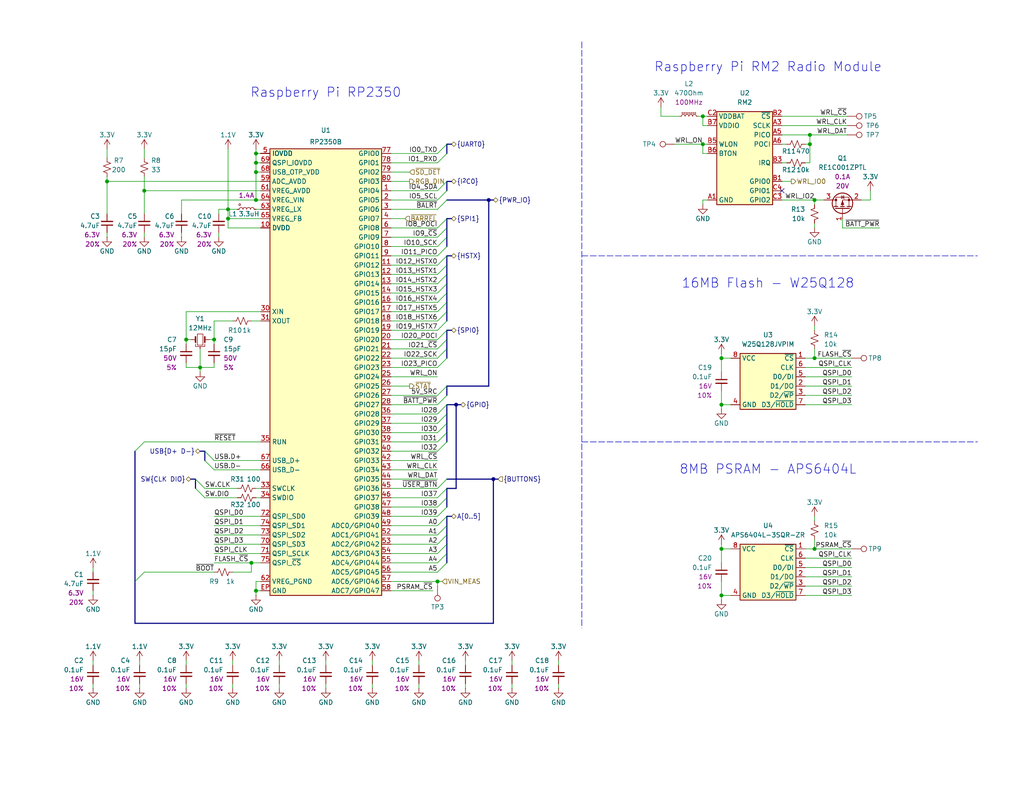
<source format=kicad_sch>
(kicad_sch (version 20231120) (generator "eeschema") (generator_version "8.0")
  (paper "USLetter")
  (title_block (title "Core Processor and Wireless") (date "2024-12-03") (rev "v01") (company "SparkFun Electronics") (comment 1 "Designed by: Alex Brudner"))
  (bus_alias "GPIO" (members "IO29" "IO30" "IO31" "IO32" "IO37" "IO38" "IO39" "IO28"))
  (bus_alias "HSTX" (members "IO12_HSTX0" "IO13_HSTX1" "IO14_HSTX2" "IO15_HSTX3" "IO16_HSTX4" "IO17_HSTX5" "IO18_HSTX6" "IO19_HSTX7"))
  (bus_alias "UART0" (members "IO0_TXD" "IO1_RXD"))
  (junction (at 196.85 149.86))
  (junction (at 68.58 153.67))
  (junction (at 133.35 54.61))
  (junction (at 196.85 97.79))
  (junction (at 220.98 36.83))
  (junction (at 222.25 54.61))
  (junction (at 62.23 59.69))
  (junction (at 119.38 158.75))
  (junction (at 69.85 44.45))
  (junction (at 124.46 110.49))
  (junction (at 222.25 149.86))
  (junction (at 54.61 100.33))
  (junction (at 69.85 46.99))
  (junction (at 191.77 31.75))
  (junction (at 220.98 39.37))
  (junction (at 39.37 52.07))
  (junction (at 58.42 92.71))
  (junction (at 29.21 49.53))
  (junction (at 69.85 54.61))
  (junction (at 134.62 130.81))
  (junction (at 196.85 110.49))
  (junction (at 62.23 57.15))
  (junction (at 69.85 41.91))
  (junction (at 69.85 161.29))
  (junction (at 50.8 92.71))
  (junction (at 196.85 162.56))
  (junction (at 222.25 97.79))
  (junction (at 191.77 39.37))
  (no_connect (at 213.36 52.07))
  (bus_entry (at 119.38 95.25) (size 2.54 -2.54))
  (bus_entry (at 119.38 74.93) (size 2.54 -2.54))
  (bus_entry (at 119.38 54.61) (size 2.54 -2.54))
  (bus_entry (at 119.38 140.97) (size 2.54 -2.54))
  (bus_entry (at 119.38 77.47) (size 2.54 -2.54))
  (bus_entry (at 119.38 107.95) (size 2.54 -2.54))
  (bus_entry (at 119.38 80.01) (size 2.54 -2.54))
  (bus_entry (at 119.38 143.51) (size 2.54 -2.54))
  (bus_entry (at 39.37 120.65) (size -2.54 2.54))
  (bus_entry (at 119.38 156.21) (size 2.54 -2.54))
  (bus_entry (at 119.38 146.05) (size 2.54 -2.54))
  (bus_entry (at 119.38 138.43) (size 2.54 -2.54))
  (bus_entry (at 119.38 62.23) (size 2.54 -2.54))
  (bus_entry (at 119.38 64.77) (size 2.54 -2.54))
  (bus_entry (at 119.38 87.63) (size 2.54 -2.54))
  (bus_entry (at 119.38 123.19) (size 2.54 -2.54))
  (bus_entry (at 119.38 113.03) (size 2.54 -2.54))
  (bus_entry (at 119.38 85.09) (size 2.54 -2.54))
  (bus_entry (at 119.38 100.33) (size 2.54 -2.54))
  (bus_entry (at 119.38 120.65) (size 2.54 -2.54))
  (bus_entry (at 119.38 151.13) (size 2.54 -2.54))
  (bus_entry (at 119.38 90.17) (size 2.54 -2.54))
  (bus_entry (at 39.37 156.21) (size -2.54 2.54))
  (bus_entry (at 55.88 135.89) (size -2.54 -2.54))
  (bus_entry (at 119.38 41.91) (size 2.54 -2.54))
  (bus_entry (at 119.38 57.15) (size 2.54 -2.54))
  (bus_entry (at 119.38 82.55) (size 2.54 -2.54))
  (bus_entry (at 119.38 52.07) (size 2.54 -2.54))
  (bus_entry (at 119.38 97.79) (size 2.54 -2.54))
  (bus_entry (at 119.38 110.49) (size 2.54 -2.54))
  (bus_entry (at 119.38 115.57) (size 2.54 -2.54))
  (bus_entry (at 58.42 128.27) (size -2.54 -2.54))
  (bus_entry (at 119.38 133.35) (size 2.54 -2.54))
  (bus_entry (at 58.42 125.73) (size -2.54 -2.54))
  (bus_entry (at 119.38 148.59) (size 2.54 -2.54))
  (bus_entry (at 55.88 133.35) (size -2.54 -2.54))
  (bus_entry (at 119.38 118.11) (size 2.54 -2.54))
  (bus_entry (at 119.38 67.31) (size 2.54 -2.54))
  (bus_entry (at 119.38 69.85) (size 2.54 -2.54))
  (bus_entry (at 119.38 135.89) (size 2.54 -2.54))
  (bus_entry (at 119.38 72.39) (size 2.54 -2.54))
  (bus_entry (at 119.38 92.71) (size 2.54 -2.54))
  (bus_entry (at 119.38 153.67) (size 2.54 -2.54))
  (bus_entry (at 119.38 44.45) (size 2.54 -2.54))
  (wire (pts (xy 101.6 186.69) (xy 101.6 187.96)))
  (bus (pts (xy 121.92 41.91) (xy 121.92 39.37)))
  (bus (pts (xy 52.07 130.81) (xy 53.34 130.81)))
  (wire (pts (xy 191.77 31.75) (xy 193.04 31.75)))
  (wire (pts (xy 106.68 105.41) (xy 111.76 105.41)))
  (polyline (pts (xy 158.75 69.85) (xy 266.7 69.85)) (stroke (width 0) (type dash)))
  (wire (pts (xy 213.36 34.29) (xy 231.14 34.29)))
  (bus (pts (xy 121.92 64.77) (xy 121.92 62.23)))
  (wire (pts (xy 69.85 161.29) (xy 71.12 161.29)))
  (wire (pts (xy 50.8 99.06) (xy 50.8 100.33)))
  (wire (pts (xy 219.71 154.94) (xy 232.41 154.94)))
  (wire (pts (xy 69.85 161.29) (xy 69.85 158.75)))
  (wire (pts (xy 106.68 92.71) (xy 119.38 92.71)))
  (wire (pts (xy 69.85 135.89) (xy 71.12 135.89)))
  (wire (pts (xy 229.87 62.23) (xy 240.03 62.23)))
  (wire (pts (xy 38.1 186.69) (xy 38.1 187.96)))
  (bus (pts (xy 121.92 74.93) (xy 121.92 72.39)))
  (wire (pts (xy 106.68 85.09) (xy 119.38 85.09)))
  (wire (pts (xy 106.68 57.15) (xy 119.38 57.15)))
  (wire (pts (xy 106.68 97.79) (xy 119.38 97.79)))
  (wire (pts (xy 106.68 138.43) (xy 119.38 138.43)))
  (wire (pts (xy 106.68 158.75) (xy 119.38 158.75)))
  (bus (pts (xy 121.92 105.41) (xy 133.35 105.41)))
  (wire (pts (xy 58.42 99.06) (xy 58.42 100.33)))
  (bus (pts (xy 124.46 110.49) (xy 124.46 133.35)))
  (wire (pts (xy 54.61 95.25) (xy 54.61 100.33)))
  (bus (pts (xy 121.92 151.13) (xy 121.92 148.59)))
  (wire (pts (xy 55.88 133.35) (xy 64.77 133.35)))
  (wire (pts (xy 106.68 148.59) (xy 119.38 148.59)))
  (wire (pts (xy 219.71 110.49) (xy 232.41 110.49)))
  (wire (pts (xy 54.61 100.33) (xy 54.61 101.6)))
  (wire (pts (xy 106.68 118.11) (xy 119.38 118.11)))
  (wire (pts (xy 63.5 156.21) (xy 68.58 156.21)))
  (wire (pts (xy 213.36 36.83) (xy 220.98 36.83)))
  (wire (pts (xy 29.21 49.53) (xy 29.21 58.42)))
  (bus (pts (xy 133.35 105.41) (xy 133.35 54.61)))
  (bus (pts (xy 36.83 170.18) (xy 36.83 158.75)))
  (wire (pts (xy 106.68 130.81) (xy 119.38 130.81)))
  (wire (pts (xy 139.7 186.69) (xy 139.7 187.96)))
  (bus (pts (xy 134.62 130.81) (xy 135.89 130.81)))
  (bus (pts (xy 36.83 123.19) (xy 36.83 158.75)))
  (wire (pts (xy 219.71 97.79) (xy 222.25 97.79)))
  (wire (pts (xy 196.85 162.56) (xy 196.85 163.83)))
  (wire (pts (xy 119.38 158.75) (xy 119.38 160.02)))
  (wire (pts (xy 106.68 87.63) (xy 119.38 87.63)))
  (wire (pts (xy 106.68 72.39) (xy 119.38 72.39)))
  (wire (pts (xy 63.5 186.69) (xy 63.5 187.96)))
  (wire (pts (xy 50.8 93.98) (xy 50.8 92.71)))
  (wire (pts (xy 69.85 54.61) (xy 71.12 54.61)))
  (wire (pts (xy 106.68 44.45) (xy 119.38 44.45)))
  (wire (pts (xy 213.36 39.37) (xy 214.63 39.37)))
  (wire (pts (xy 69.85 162.56) (xy 69.85 161.29)))
  (bus (pts (xy 121.92 52.07) (xy 121.92 49.53)))
  (wire (pts (xy 222.25 140.97) (xy 222.25 142.24)))
  (wire (pts (xy 71.12 148.59) (xy 58.42 148.59)))
  (wire (pts (xy 69.85 46.99) (xy 71.12 46.99)))
  (wire (pts (xy 68.58 156.21) (xy 68.58 153.67)))
  (wire (pts (xy 58.42 87.63) (xy 58.42 92.71)))
  (wire (pts (xy 106.68 143.51) (xy 119.38 143.51)))
  (wire (pts (xy 196.85 158.75) (xy 196.85 162.56)))
  (wire (pts (xy 219.71 152.4) (xy 232.41 152.4)))
  (wire (pts (xy 106.68 49.53) (xy 111.76 49.53)))
  (bus (pts (xy 121.92 49.53) (xy 123.19 49.53)))
  (wire (pts (xy 71.12 62.23) (xy 62.23 62.23)))
  (wire (pts (xy 106.68 82.55) (xy 119.38 82.55)))
  (wire (pts (xy 219.71 39.37) (xy 220.98 39.37)))
  (wire (pts (xy 106.68 64.77) (xy 119.38 64.77)))
  (wire (pts (xy 71.12 143.51) (xy 58.42 143.51)))
  (wire (pts (xy 213.36 49.53) (xy 215.9 49.53)))
  (polyline (pts (xy 158.75 11.43) (xy 158.75 171.45)) (stroke (width 0) (type dash)))
  (bus (pts (xy 121.92 77.47) (xy 121.92 74.93)))
  (wire (pts (xy 114.3 186.69) (xy 114.3 187.96)))
  (wire (pts (xy 196.85 149.86) (xy 199.39 149.86)))
  (bus (pts (xy 121.92 97.79) (xy 121.92 95.25)))
  (wire (pts (xy 25.4 161.29) (xy 25.4 162.56)))
  (wire (pts (xy 106.68 90.17) (xy 119.38 90.17)))
  (wire (pts (xy 69.85 40.64) (xy 69.85 41.91)))
  (wire (pts (xy 196.85 110.49) (xy 199.39 110.49)))
  (wire (pts (xy 213.36 31.75) (xy 231.14 31.75)))
  (wire (pts (xy 196.85 162.56) (xy 199.39 162.56)))
  (wire (pts (xy 106.68 128.27) (xy 119.38 128.27)))
  (wire (pts (xy 49.53 54.61) (xy 69.85 54.61)))
  (bus (pts (xy 121.92 113.03) (xy 121.92 110.49)))
  (bus (pts (xy 121.92 143.51) (xy 121.92 140.97)))
  (wire (pts (xy 50.8 180.34) (xy 50.8 181.61)))
  (wire (pts (xy 76.2 186.69) (xy 76.2 187.96)))
  (wire (pts (xy 196.85 110.49) (xy 196.85 111.76)))
  (wire (pts (xy 69.85 41.91) (xy 69.85 44.45)))
  (wire (pts (xy 39.37 48.26) (xy 39.37 52.07)))
  (wire (pts (xy 220.98 36.83) (xy 231.14 36.83)))
  (bus (pts (xy 121.92 115.57) (xy 121.92 113.03)))
  (wire (pts (xy 106.68 107.95) (xy 119.38 107.95)))
  (wire (pts (xy 191.77 39.37) (xy 193.04 39.37)))
  (wire (pts (xy 106.68 146.05) (xy 119.38 146.05)))
  (wire (pts (xy 62.23 40.64) (xy 62.23 57.15)))
  (bus (pts (xy 133.35 54.61) (xy 134.62 54.61)))
  (wire (pts (xy 29.21 40.64) (xy 29.21 43.18)))
  (wire (pts (xy 222.25 149.86) (xy 232.41 149.86)))
  (wire (pts (xy 69.85 44.45) (xy 71.12 44.45)))
  (wire (pts (xy 59.69 57.15) (xy 62.23 57.15)))
  (wire (pts (xy 58.42 128.27) (xy 71.12 128.27)))
  (wire (pts (xy 39.37 63.5) (xy 39.37 64.77)))
  (wire (pts (xy 58.42 92.71) (xy 58.42 93.98)))
  (wire (pts (xy 62.23 62.23) (xy 62.23 59.69)))
  (bus (pts (xy 121.92 135.89) (xy 121.92 138.43)))
  (wire (pts (xy 219.71 100.33) (xy 232.41 100.33)))
  (wire (pts (xy 106.68 151.13) (xy 119.38 151.13)))
  (wire (pts (xy 38.1 180.34) (xy 38.1 181.61)))
  (wire (pts (xy 49.53 58.42) (xy 49.53 54.61)))
  (wire (pts (xy 106.68 110.49) (xy 119.38 110.49)))
  (bus (pts (xy 121.92 107.95) (xy 121.92 105.41)))
  (wire (pts (xy 63.5 180.34) (xy 63.5 181.61)))
  (wire (pts (xy 71.12 85.09) (xy 50.8 85.09)))
  (wire (pts (xy 69.85 44.45) (xy 69.85 46.99)))
  (polyline (pts (xy 158.75 120.65) (xy 266.7 120.65)) (stroke (width 0) (type dash)))
  (wire (pts (xy 184.15 39.37) (xy 191.77 39.37)))
  (wire (pts (xy 71.12 146.05) (xy 58.42 146.05)))
  (wire (pts (xy 237.49 54.61) (xy 237.49 52.07)))
  (wire (pts (xy 106.68 46.99) (xy 111.76 46.99)))
  (bus (pts (xy 121.92 133.35) (xy 121.92 135.89)))
  (wire (pts (xy 50.8 186.69) (xy 50.8 187.96)))
  (wire (pts (xy 196.85 97.79) (xy 199.39 97.79)))
  (wire (pts (xy 219.71 162.56) (xy 232.41 162.56)))
  (wire (pts (xy 191.77 54.61) (xy 193.04 54.61)))
  (wire (pts (xy 71.12 151.13) (xy 58.42 151.13)))
  (wire (pts (xy 219.71 149.86) (xy 222.25 149.86)))
  (wire (pts (xy 106.68 41.91) (xy 119.38 41.91)))
  (wire (pts (xy 106.68 67.31) (xy 119.38 67.31)))
  (wire (pts (xy 127 180.34) (xy 127 181.61)))
  (wire (pts (xy 190.5 31.75) (xy 191.77 31.75)))
  (wire (pts (xy 222.25 60.96) (xy 222.25 62.23)))
  (wire (pts (xy 68.58 153.67) (xy 71.12 153.67)))
  (wire (pts (xy 196.85 148.59) (xy 196.85 149.86)))
  (wire (pts (xy 49.53 63.5) (xy 49.53 64.77)))
  (wire (pts (xy 222.25 97.79) (xy 232.41 97.79)))
  (wire (pts (xy 191.77 55.88) (xy 191.77 54.61)))
  (wire (pts (xy 59.69 58.42) (xy 59.69 57.15)))
  (bus (pts (xy 121.92 80.01) (xy 121.92 77.47)))
  (wire (pts (xy 55.88 135.89) (xy 64.77 135.89)))
  (wire (pts (xy 220.98 39.37) (xy 220.98 36.83)))
  (wire (pts (xy 222.25 95.25) (xy 222.25 97.79)))
  (wire (pts (xy 219.71 107.95) (xy 232.41 107.95)))
  (wire (pts (xy 191.77 31.75) (xy 191.77 34.29)))
  (wire (pts (xy 106.68 123.19) (xy 119.38 123.19)))
  (wire (pts (xy 106.68 95.25) (xy 119.38 95.25)))
  (wire (pts (xy 106.68 74.93) (xy 119.38 74.93)))
  (wire (pts (xy 88.9 186.69) (xy 88.9 187.96)))
  (bus (pts (xy 121.92 87.63) (xy 121.92 85.09)))
  (bus (pts (xy 121.92 85.09) (xy 121.92 82.55)))
  (bus (pts (xy 121.92 82.55) (xy 121.92 80.01)))
  (wire (pts (xy 106.68 156.21) (xy 119.38 156.21)))
  (bus (pts (xy 134.62 170.18) (xy 36.83 170.18)))
  (wire (pts (xy 69.85 158.75) (xy 71.12 158.75)))
  (bus (pts (xy 121.92 118.11) (xy 121.92 115.57)))
  (wire (pts (xy 213.36 44.45) (xy 214.63 44.45)))
  (wire (pts (xy 58.42 100.33) (xy 54.61 100.33)))
  (bus (pts (xy 134.62 130.81) (xy 134.62 170.18)))
  (wire (pts (xy 219.71 157.48) (xy 232.41 157.48)))
  (wire (pts (xy 106.68 54.61) (xy 119.38 54.61)))
  (wire (pts (xy 193.04 34.29) (xy 191.77 34.29)))
  (bus (pts (xy 53.34 133.35) (xy 53.34 130.81)))
  (wire (pts (xy 106.68 135.89) (xy 119.38 135.89)))
  (wire (pts (xy 39.37 52.07) (xy 71.12 52.07)))
  (bus (pts (xy 121.92 54.61) (xy 133.35 54.61)))
  (wire (pts (xy 119.38 158.75) (xy 120.65 158.75)))
  (bus (pts (xy 121.92 62.23) (xy 121.92 59.69)))
  (wire (pts (xy 39.37 120.65) (xy 71.12 120.65)))
  (bus (pts (xy 121.92 95.25) (xy 121.92 92.71)))
  (wire (pts (xy 39.37 52.07) (xy 39.37 58.42)))
  (bus (pts (xy 124.46 110.49) (xy 125.73 110.49)))
  (wire (pts (xy 50.8 92.71) (xy 52.07 92.71)))
  (wire (pts (xy 29.21 49.53) (xy 29.21 48.26)))
  (wire (pts (xy 88.9 180.34) (xy 88.9 181.61)))
  (wire (pts (xy 127 186.69) (xy 127 187.96)))
  (wire (pts (xy 25.4 180.34) (xy 25.4 181.61)))
  (wire (pts (xy 106.68 153.67) (xy 119.38 153.67)))
  (wire (pts (xy 106.68 120.65) (xy 119.38 120.65)))
  (wire (pts (xy 101.6 180.34) (xy 101.6 181.61)))
  (wire (pts (xy 106.68 69.85) (xy 119.38 69.85)))
  (wire (pts (xy 68.58 87.63) (xy 71.12 87.63)))
  (bus (pts (xy 121.92 140.97) (xy 123.19 140.97)))
  (wire (pts (xy 152.4 186.69) (xy 152.4 187.96)))
  (wire (pts (xy 114.3 180.34) (xy 114.3 181.61)))
  (bus (pts (xy 54.61 123.19) (xy 55.88 123.19)))
  (wire (pts (xy 234.95 54.61) (xy 237.49 54.61)))
  (wire (pts (xy 76.2 180.34) (xy 76.2 181.61)))
  (wire (pts (xy 219.71 105.41) (xy 232.41 105.41)))
  (wire (pts (xy 219.71 102.87) (xy 232.41 102.87)))
  (bus (pts (xy 55.88 125.73) (xy 55.88 123.19)))
  (wire (pts (xy 106.68 62.23) (xy 119.38 62.23)))
  (wire (pts (xy 222.25 54.61) (xy 222.25 55.88)))
  (wire (pts (xy 62.23 57.15) (xy 64.77 57.15)))
  (wire (pts (xy 106.68 161.29) (xy 118.11 161.29)))
  (wire (pts (xy 25.4 186.69) (xy 25.4 187.96)))
  (wire (pts (xy 106.68 125.73) (xy 119.38 125.73)))
  (wire (pts (xy 196.85 153.67) (xy 196.85 149.86)))
  (bus (pts (xy 121.92 148.59) (xy 121.92 146.05)))
  (wire (pts (xy 50.8 85.09) (xy 50.8 92.71)))
  (bus (pts (xy 121.92 90.17) (xy 123.19 90.17)))
  (wire (pts (xy 63.5 87.63) (xy 58.42 87.63)))
  (wire (pts (xy 106.68 113.03) (xy 119.38 113.03)))
  (bus (pts (xy 121.92 110.49) (xy 124.46 110.49)))
  (wire (pts (xy 69.85 133.35) (xy 71.12 133.35)))
  (wire (pts (xy 139.7 180.34) (xy 139.7 181.61)))
  (wire (pts (xy 229.87 59.69) (xy 229.87 62.23)))
  (bus (pts (xy 121.92 69.85) (xy 123.19 69.85)))
  (wire (pts (xy 220.98 44.45) (xy 220.98 39.37)))
  (wire (pts (xy 213.36 54.61) (xy 222.25 54.61)))
  (wire (pts (xy 224.79 54.61) (xy 222.25 54.61)))
  (wire (pts (xy 180.34 31.75) (xy 185.42 31.75)))
  (wire (pts (xy 196.85 106.68) (xy 196.85 110.49)))
  (wire (pts (xy 106.68 52.07) (xy 119.38 52.07)))
  (bus (pts (xy 121.92 39.37) (xy 123.19 39.37)))
  (wire (pts (xy 152.4 180.34) (xy 152.4 181.61)))
  (wire (pts (xy 222.25 88.9) (xy 222.25 90.17)))
  (wire (pts (xy 106.68 133.35) (xy 119.38 133.35)))
  (wire (pts (xy 25.4 154.94) (xy 25.4 156.21)))
  (wire (pts (xy 106.68 100.33) (xy 119.38 100.33)))
  (wire (pts (xy 191.77 39.37) (xy 191.77 41.91)))
  (bus (pts (xy 121.92 67.31) (xy 121.92 64.77)))
  (wire (pts (xy 58.42 153.67) (xy 68.58 153.67)))
  (bus (pts (xy 121.92 130.81) (xy 134.62 130.81)))
  (wire (pts (xy 106.68 102.87) (xy 119.38 102.87)))
  (wire (pts (xy 57.15 92.71) (xy 58.42 92.71)))
  (bus (pts (xy 121.92 153.67) (xy 121.92 151.13)))
  (bus (pts (xy 121.92 59.69) (xy 123.19 59.69)))
  (wire (pts (xy 196.85 96.52) (xy 196.85 97.79)))
  (wire (pts (xy 180.34 29.21) (xy 180.34 31.75)))
  (bus (pts (xy 121.92 72.39) (xy 121.92 69.85)))
  (wire (pts (xy 106.68 115.57) (xy 119.38 115.57)))
  (wire (pts (xy 62.23 59.69) (xy 71.12 59.69)))
  (wire (pts (xy 219.71 160.02) (xy 232.41 160.02)))
  (wire (pts (xy 71.12 140.97) (xy 58.42 140.97)))
  (wire (pts (xy 106.68 77.47) (xy 119.38 77.47)))
  (bus (pts (xy 121.92 120.65) (xy 121.92 118.11)))
  (wire (pts (xy 58.42 125.73) (xy 71.12 125.73)))
  (wire (pts (xy 222.25 147.32) (xy 222.25 149.86)))
  (wire (pts (xy 69.85 46.99) (xy 69.85 54.61)))
  (wire (pts (xy 39.37 40.64) (xy 39.37 43.18)))
  (wire (pts (xy 69.85 57.15) (xy 71.12 57.15)))
  (wire (pts (xy 106.68 80.01) (xy 119.38 80.01)))
  (wire (pts (xy 196.85 101.6) (xy 196.85 97.79)))
  (bus (pts (xy 121.92 133.35) (xy 124.46 133.35)))
  (wire (pts (xy 191.77 41.91) (xy 193.04 41.91)))
  (wire (pts (xy 62.23 59.69) (xy 62.23 57.15)))
  (wire (pts (xy 219.71 44.45) (xy 220.98 44.45)))
  (wire (pts (xy 59.69 63.5) (xy 59.69 64.77)))
  (wire (pts (xy 39.37 156.21) (xy 58.42 156.21)))
  (wire (pts (xy 29.21 63.5) (xy 29.21 64.77)))
  (bus (pts (xy 121.92 92.71) (xy 121.92 90.17)))
  (wire (pts (xy 106.68 140.97) (xy 119.38 140.97)))
  (wire (pts (xy 106.68 59.69) (xy 110.49 59.69)))
  (wire (pts (xy 29.21 49.53) (xy 71.12 49.53)))
  (wire (pts (xy 69.85 41.91) (xy 71.12 41.91)))
  (wire (pts (xy 50.8 100.33) (xy 54.61 100.33)))
  (bus (pts (xy 121.92 146.05) (xy 121.92 143.51)))
  (text "16MB Flash - W25Q128" (at 209.55 77.47 0) (effects (font (size 2.54 2.54))))
  (text "8MB PSRAM - APS6404L" (at 209.55 128.27 0) (effects (font (size 2.54 2.54))))
  (text "Raspberry Pi RP2350" (at 88.9 25.4 0) (effects (font (size 2.54 2.54))))
  (text "Raspberry Pi RM2 Radio Module" (at 209.55 18.415 0) (effects (font (size 2.54 2.54))))
  (label "IO16_HSTX4" (at 119.38 82.55 180))
  (label "IO31" (at 119.3288 120.65 180))
  (label "A1" (at 119.38 146.05 180))
  (label "QSPI_D1" (at 232.41 157.48 180))
  (label "WRL_CLK" (at 119.38 128.27 180))
  (label "PSRAM_~{CS}" (at 232.41 149.86 180))
  (label "~{USER_BTN}" (at 119.38 133.35 180))
  (label "IO15_HSTX3" (at 119.38 80.01 180))
  (label "IO23_PICO" (at 119.38 100.33 180))
  (label "QSPI_D2" (at 232.41 160.02 180))
  (label "WRL_ON" (at 119.38 102.87 180))
  (label "~{BATT_PWR}" (at 240.03 62.23 180))
  (label "FLASH_~{CS}" (at 58.42 153.67 0))
  (label "USB.D+" (at 58.42 125.73 0))
  (label "IO8_POCI" (at 119.38 62.23 180))
  (label "QSPI_D0" (at 232.41 102.87 180))
  (label "QSPI_D0" (at 58.42 140.97 0))
  (label "IO37" (at 119.38 135.89 180))
  (label "IO30" (at 119.38 118.11 180))
  (label "IO32" (at 119.38 123.19 180))
  (label "QSPI_D3" (at 232.41 162.56 180))
  (label "A3" (at 119.38 151.13 180))
  (label "USB.D-" (at 58.42 128.27 0))
  (label "SW.DIO" (at 55.88 135.89 0))
  (label "IO12_HSTX0" (at 119.38 72.39 180))
  (label "QSPI_D3" (at 58.42 148.59 0))
  (label "A4" (at 119.38 153.67 180))
  (label "IO13_HSTX1" (at 119.38 74.93 180))
  (label "IO1_RXD" (at 119.38 44.45 180))
  (label "~{BATT_PWR}" (at 119.38 110.49 180))
  (label "IO17_HSTX5" (at 119.38 85.09 180))
  (label "FLASH_~{CS}" (at 232.41 97.79 180))
  (label "WRL_ON" (at 184.15 39.37 0))
  (label "IO22_SCK" (at 119.38 97.79 180))
  (label "5V_SRC" (at 119.38 107.95 180))
  (label "A2" (at 119.38 148.59 180))
  (label "WRL_IO2" (at 222.25 54.61 180))
  (label "WRL_~{CS}" (at 231.14 31.75 180))
  (label "IO38" (at 119.38 138.43 180))
  (label "WRL_CLK" (at 231.14 34.29 180))
  (label "QSPI_CLK" (at 58.42 151.13 0))
  (label "IO5_SCL" (at 119.38 54.61 180))
  (label "IO29" (at 119.38 115.57 180))
  (label "~{RESET}" (at 58.42 120.65 0))
  (label "IO0_TXD" (at 119.38 41.91 180))
  (label "IO10_SCK" (at 119.38 67.31 180))
  (label "QSPI_D0" (at 232.41 154.94 180))
  (label "QSPI_D2" (at 58.42 146.05 0))
  (label "A5" (at 119.38 156.21 180))
  (label "QSPI_D1" (at 232.41 105.41 180))
  (label "A0" (at 119.38 143.51 180))
  (label "WRL_DAT" (at 231.14 36.83 180))
  (label "QSPI_CLK" (at 232.41 100.33 180))
  (label "IO20_POCI" (at 119.38 92.71 180))
  (label "~{BALRT}" (at 119.38 57.15 180))
  (label "IO28" (at 119.38 113.03 180))
  (label "IO4_SDA" (at 119.38 52.07 180))
  (label "IO18_HSTX6" (at 119.38 87.63 180))
  (label "IO9_~{CS}" (at 119.38 64.77 180))
  (label "QSPI_CLK" (at 232.41 152.4 180))
  (label "IO19_HSTX7" (at 119.38 90.17 180))
  (label "SW.CLK" (at 55.88 133.35 0))
  (label "QSPI_D3" (at 232.41 110.49 180))
  (label "WRL_DAT" (at 119.38 130.81 180))
  (label "QSPI_D2" (at 232.41 107.95 180))
  (label "IO14_HSTX2" (at 119.38 77.47 180))
  (label "PSRAM_~{CS}" (at 118.11 161.29 180))
  (label "IO11_PICO" (at 119.38 69.85 180))
  (label "WRL_~{CS}" (at 119.38 125.73 180))
  (label "~{BOOT}" (at 53.34 156.21 0))
  (label "IO39" (at 119.38 140.97 180))
  (label "IO21_~{CS}" (at 119.38 95.25 180))
  (label "QSPI_D1" (at 58.42 143.51 0))
  (hierarchical_label "{PWR_IO}" (shape bidirectional) (at 134.62 54.61 0))
  (hierarchical_label "SW{CLK DIO}" (shape bidirectional) (at 52.07 130.81 180))
  (hierarchical_label "{BUTTONS}" (shape input) (at 135.89 130.81 0))
  (hierarchical_label "{SPI1}" (shape bidirectional) (at 123.19 59.69 0))
  (hierarchical_label "~{STAT}" (shape output) (at 111.76 105.41 0))
  (hierarchical_label "VIN_MEAS" (shape input) (at 120.65 158.75 0))
  (hierarchical_label "{GPIO}" (shape bidirectional) (at 125.73 110.49 0))
  (hierarchical_label "{I^{2}C0}" (shape bidirectional) (at 123.19 49.53 0))
  (hierarchical_label "{HSTX}" (shape bidirectional) (at 123.19 69.85 0))
  (hierarchical_label "A[0..5]" (shape bidirectional) (at 123.19 140.97 0))
  (hierarchical_label "{SPI0}" (shape bidirectional) (at 123.19 90.17 0))
  (hierarchical_label "~{SD_DET}" (shape input) (at 111.76 46.99 0))
  (hierarchical_label "WRL_IO0" (shape output) (at 215.9 49.53 0))
  (hierarchical_label "~{BARREL}" (shape input) (at 110.49 59.69 0))
  (hierarchical_label "{UART0}" (shape bidirectional) (at 123.19 39.37 0))
  (hierarchical_label "USB{D+ D-}" (shape bidirectional) (at 54.61 123.19 180))
  (hierarchical_label "RGB_DIN" (shape output) (at 111.76 49.53 0))
  (symbol (lib_id "SparkFun-PowerSymbol:3.3V") (at 127 180.34 0) (unit 1)
    (property "Reference" "#PWR056" (effects (hide yes)))
    (property "Value" "3.3V" (at 127 176.53 0))
    (property "Description" "Power symbol creates a global label with name \"3.3V\"" (effects (hide yes)))
  )
  (symbol (lib_id "SparkFun-Capacitor:4.7uF_0402_6.3V_10%") (at 29.21 60.96 0) (mirror x) (unit 1)
    (property "Reference" "C3" (at 27.305 59.055 0) (effects (justify right)))
    (property "Value" "4.7uF" (at 27.305 61.595 0) (effects (justify right)))
    (property "Footprint" "SparkFun-Capacitor:C_0402_1005Metric" (effects (hide yes)))
    (property "Datasheet" "https://cdn.sparkfun.com/assets/8/a/4/a/5/Kemet_Capacitor_Datasheet.pdf" (effects (hide yes)))
    (property "Description" "Unpolarized capacitor" (effects (hide yes)))
    (property "PROD_ID" "CAP-14240" (effects (hide yes)))
    (property "Voltage" "6.3V" (at 27.305 64.135 0) (effects (justify right)))
    (property "Tolerance" "20%" (at 27.305 66.675 0) (effects (justify right)))
  )
  (symbol (lib_id "SparkFun-PowerSymbol:3.3V") (at 196.85 96.52 0) (unit 1)
    (property "Reference" "#PWR064" (effects (hide yes)))
    (property "Value" "3.3V" (at 196.85 92.71 0))
    (property "Description" "Power symbol creates a global label with name \"3.3V\"" (effects (hide yes)))
  )
  (symbol (lib_id "SparkFun-PowerSymbol:3.3V") (at 69.85 40.64 0) (unit 1)
    (property "Reference" "#PWR046" (effects (hide yes)))
    (property "Value" "3.3V" (at 69.85 36.83 0))
    (property "Description" "Power symbol creates a global label with name \"3.3V\"" (effects (hide yes)))
  )
  (symbol (lib_id "SparkFun-Capacitor:0.1uF_0402_16V_10%") (at 196.85 156.21 0) (mirror y) (unit 1)
    (property "Reference" "C20" (at 194.31 152.4062 0) (effects (justify left)))
    (property "Value" "0.1uF" (at 194.31 154.9462 0) (effects (justify left)))
    (property "Footprint" "SparkFun-Capacitor:C_0402_1005Metric" (effects (hide yes)))
    (property "Datasheet" "https://cdn.sparkfun.com/assets/8/a/4/a/5/Kemet_Capacitor_Datasheet.pdf" (effects (hide yes)))
    (property "Description" "Unpolarized capacitor" (effects (hide yes)))
    (property "PROD_ID" "CAP-12416" (effects (hide yes)))
    (property "Voltage" "16V" (at 194.31 157.4862 0) (effects (justify left)))
    (property "Tolerance" "10%" (at 194.31 160.0262 0) (effects (justify left)))
  )
  (symbol (lib_id "SparkFun-Resistor:1k_0402") (at 66.04 87.63 0) (unit 1)
    (property "Reference" "R10" (at 64.135 90.17 0))
    (property "Value" "1k" (at 67.31 90.17 0))
    (property "Footprint" "SparkFun-Resistor:R_0402_1005Metric" (effects (hide yes)))
    (property "Datasheet" "https://www.vishay.com/docs/20035/dcrcwe3.pdf" (effects (hide yes)))
    (property "Description" "Resistor" (effects (hide yes)))
    (property "PROD_ID" "RES-14342" (effects (hide yes)))
  )
  (symbol (lib_id "power:GND") (at 69.85 162.56 0) (mirror y) (unit 1)
    (property "Reference" "#PWR047" (effects (hide yes)))
    (property "Value" "GND" (at 69.85 166.37 0))
    (property "Description" "Power symbol creates a global label with name \"GND\" , ground" (effects (hide yes)))
  )
  (symbol (lib_id "SparkFun-Connector:TestPoint_1.0mm") (at 231.14 34.29 270) (unit 1)
    (property "Reference" "TP6" (at 238.125 34.29 90))
    (property "Value" "1.0mm" (effects (hide yes)))
    (property "Footprint" "SparkFun-Connector:TestPoint-1.0mm" (effects (hide yes)))
    (property "Description" "Test Point" (effects (hide yes)))
  )
  (symbol (lib_id "power:GND") (at 29.21 64.77 0) (mirror y) (unit 1)
    (property "Reference" "#PWR033" (effects (hide yes)))
    (property "Value" "GND" (at 29.21 68.58 0))
    (property "Description" "Power symbol creates a global label with name \"GND\" , ground" (effects (hide yes)))
  )
  (symbol (lib_id "SparkFun-Capacitor:15pF_0402_50V_5%") (at 50.8 96.52 0) (mirror y) (unit 1)
    (property "Reference" "C7" (at 48.26 92.7162 0) (effects (justify left)))
    (property "Value" "15pF" (at 48.26 95.2562 0) (effects (justify left)))
    (property "Footprint" "SparkFun-Capacitor:C_0402_1005Metric" (effects (hide yes)))
    (property "Datasheet" "https://cdn.sparkfun.com/assets/8/a/4/a/5/Kemet_Capacitor_Datasheet.pdf" (effects (hide yes)))
    (property "Description" "Unpolarized capacitor" (effects (hide yes)))
    (property "PROD_ID" "CAP-13063" (effects (hide yes)))
    (property "Voltage" "50V" (at 48.26 97.7962 0) (effects (justify left)))
    (property "Tolerance" "5%" (at 48.26 100.3362 0) (effects (justify left)))
  )
  (symbol (lib_id "power:GND") (at 222.25 62.23 0) (mirror y) (unit 1)
    (property "Reference" "#PWR068" (effects (hide yes)))
    (property "Value" "GND" (at 222.25 66.04 0))
    (property "Description" "Power symbol creates a global label with name \"GND\" , ground" (effects (hide yes)))
  )
  (symbol (lib_id "power:GND") (at 114.3 187.96 0) (mirror y) (unit 1)
    (property "Reference" "#PWR055" (effects (hide yes)))
    (property "Value" "GND" (at 114.3 191.77 0))
    (property "Description" "Power symbol creates a global label with name \"GND\" , ground" (effects (hide yes)))
  )
  (symbol (lib_id "power:GND") (at 38.1 187.96 0) (mirror y) (unit 1)
    (property "Reference" "#PWR035" (effects (hide yes)))
    (property "Value" "GND" (at 38.1 191.77 0))
    (property "Description" "Power symbol creates a global label with name \"GND\" , ground" (effects (hide yes)))
  )
  (symbol (lib_id "SparkFun-Connector:TestPoint_1.0mm") (at 231.14 36.83 270) (unit 1)
    (property "Reference" "TP7" (at 238.125 36.83 90))
    (property "Value" "1.0mm" (effects (hide yes)))
    (property "Footprint" "SparkFun-Connector:TestPoint-1.0mm" (effects (hide yes)))
    (property "Description" "Test Point" (effects (hide yes)))
  )
  (symbol (lib_id "SparkFun-Clock:Crystal_12MHz_2.5x2.0mm") (at 54.61 92.71 0) (unit 1)
    (property "Reference" "Y1" (at 54.61 86.995 0))
    (property "Value" "12MHz" (at 54.61 89.535 0))
    (property "Footprint" "SparkFun-Clock:Crystal_SMD_2.5x2.0mm" (effects (hide yes)))
    (property "Datasheet" "https://ecsxtal.com/store/pdf/ECX-2236B.pdf" (effects (hide yes)))
    (property "Description" "Crystal" (effects (hide yes)))
    (property "PROD_ID" "XTAL-15540" (effects (hide yes)))
  )
  (symbol (lib_id "power:GND") (at 49.53 64.77 0) (mirror y) (unit 1)
    (property "Reference" "#PWR038" (effects (hide yes)))
    (property "Value" "GND" (at 49.53 68.58 0))
    (property "Description" "Power symbol creates a global label with name \"GND\" , ground" (effects (hide yes)))
  )
  (symbol (lib_id "SparkFun_XRP_Controller:RM2_Tight") (at 203.2 43.18 0) (unit 1)
    (property "Reference" "U2" (at 203.2 25.4 0))
    (property "Value" "RM2" (at 203.2 27.94 0))
    (property "Footprint" "SparkFun_XRP_Controller:RM2_Tight" (effects (hide yes)))
    (property "Description" "?" (effects (hide yes)))
    (property "PROD_ID" "IC-21607" (effects (hide yes)))
  )
  (symbol (lib_id "SparkFun-PowerSymbol:3.3V") (at 88.9 180.34 0) (unit 1)
    (property "Reference" "#PWR050" (effects (hide yes)))
    (property "Value" "3.3V" (at 88.9 176.53 0))
    (property "Description" "Power symbol creates a global label with name \"3.3V\"" (effects (hide yes)))
  )
  (symbol (lib_id "SparkFun-Capacitor:0.1uF_0402_16V_10%") (at 139.7 184.15 0) (mirror y) (unit 1)
    (property "Reference" "C17" (at 137.16 180.3462 0) (effects (justify left)))
    (property "Value" "0.1uF" (at 137.16 182.8862 0) (effects (justify left)))
    (property "Footprint" "SparkFun-Capacitor:C_0402_1005Metric" (effects (hide yes)))
    (property "Datasheet" "https://cdn.sparkfun.com/assets/8/a/4/a/5/Kemet_Capacitor_Datasheet.pdf" (effects (hide yes)))
    (property "Description" "Unpolarized capacitor" (effects (hide yes)))
    (property "PROD_ID" "CAP-12416" (effects (hide yes)))
    (property "Voltage" "16V" (at 137.16 185.4262 0) (effects (justify left)))
    (property "Tolerance" "10%" (at 137.16 187.9662 0) (effects (justify left)))
  )
  (symbol (lib_id "SparkFun-PowerSymbol:3.3V") (at 222.25 88.9 0) (unit 1)
    (property "Reference" "#PWR069" (effects (hide yes)))
    (property "Value" "3.3V" (at 222.25 85.09 0))
    (property "Description" "Power symbol creates a global label with name \"3.3V\"" (effects (hide yes)))
  )
  (symbol (lib_id "SparkFun-Capacitor:0.1uF_0402_16V_10%") (at 88.9 184.15 0) (mirror y) (unit 1)
    (property "Reference" "C13" (at 86.36 180.3462 0) (effects (justify left)))
    (property "Value" "0.1uF" (at 86.36 182.8862 0) (effects (justify left)))
    (property "Footprint" "SparkFun-Capacitor:C_0402_1005Metric" (effects (hide yes)))
    (property "Datasheet" "https://cdn.sparkfun.com/assets/8/a/4/a/5/Kemet_Capacitor_Datasheet.pdf" (effects (hide yes)))
    (property "Description" "Unpolarized capacitor" (effects (hide yes)))
    (property "PROD_ID" "CAP-12416" (effects (hide yes)))
    (property "Voltage" "16V" (at 86.36 185.4262 0) (effects (justify left)))
    (property "Tolerance" "10%" (at 86.36 187.9662 0) (effects (justify left)))
  )
  (symbol (lib_id "SparkFun-Capacitor:0.1uF_0402_16V_10%") (at 76.2 184.15 0) (mirror y) (unit 1)
    (property "Reference" "C12" (at 73.66 180.3462 0) (effects (justify left)))
    (property "Value" "0.1uF" (at 73.66 182.8862 0) (effects (justify left)))
    (property "Footprint" "SparkFun-Capacitor:C_0402_1005Metric" (effects (hide yes)))
    (property "Datasheet" "https://cdn.sparkfun.com/assets/8/a/4/a/5/Kemet_Capacitor_Datasheet.pdf" (effects (hide yes)))
    (property "Description" "Unpolarized capacitor" (effects (hide yes)))
    (property "PROD_ID" "CAP-12416" (effects (hide yes)))
    (property "Voltage" "16V" (at 73.66 185.4262 0) (effects (justify left)))
    (property "Tolerance" "10%" (at 73.66 187.9662 0) (effects (justify left)))
  )
  (symbol (lib_id "SparkFun-PowerSymbol:1.1V") (at 25.4 180.34 0) (unit 1)
    (property "Reference" "#PWR030" (effects (hide yes)))
    (property "Value" "1.1V" (at 25.4 176.53 0))
    (property "Description" "Power symbol creates a global label with name \"1.1V\"" (effects (hide yes)))
  )
  (symbol (lib_id "SparkFun-Connector:TestPoint_1.0mm") (at 231.14 31.75 270) (unit 1)
    (property "Reference" "TP5" (at 237.49 31.75 90))
    (property "Value" "1.0mm" (effects (hide yes)))
    (property "Footprint" "SparkFun-Connector:TestPoint-1.0mm" (effects (hide yes)))
    (property "Description" "Test Point" (effects (hide yes)))
  )
  (symbol (lib_id "SparkFun-PowerSymbol:3.3V") (at 152.4 180.34 0) (unit 1)
    (property "Reference" "#PWR060" (effects (hide yes)))
    (property "Value" "3.3V" (at 152.4 176.53 0))
    (property "Description" "Power symbol creates a global label with name \"3.3V\"" (effects (hide yes)))
  )
  (symbol (lib_id "SparkFun-Capacitor:0.1uF_0402_16V_10%") (at 25.4 184.15 0) (mirror y) (unit 1)
    (property "Reference" "C2" (at 22.86 180.3462 0) (effects (justify left)))
    (property "Value" "0.1uF" (at 22.86 182.8862 0) (effects (justify left)))
    (property "Footprint" "SparkFun-Capacitor:C_0402_1005Metric" (effects (hide yes)))
    (property "Datasheet" "https://cdn.sparkfun.com/assets/8/a/4/a/5/Kemet_Capacitor_Datasheet.pdf" (effects (hide yes)))
    (property "Description" "Unpolarized capacitor" (effects (hide yes)))
    (property "PROD_ID" "CAP-12416" (effects (hide yes)))
    (property "Voltage" "16V" (at 22.86 185.4262 0) (effects (justify left)))
    (property "Tolerance" "10%" (at 22.86 187.9662 0) (effects (justify left)))
  )
  (symbol (lib_id "SparkFun-PowerSymbol:3.3V") (at 222.25 140.97 0) (unit 1)
    (property "Reference" "#PWR070" (effects (hide yes)))
    (property "Value" "3.3V" (at 222.25 137.16 0))
    (property "Description" "Power symbol creates a global label with name \"3.3V\"" (effects (hide yes)))
  )
  (symbol (lib_id "SparkFun-Resistor:10k_0402") (at 222.25 58.42 270) (mirror x) (unit 1)
    (property "Reference" "R13" (at 219.71 57.1499 90) (effects (justify right)))
    (property "Value" "10k" (at 219.71 59.6899 90) (effects (justify right)))
    (property "Footprint" "SparkFun-Resistor:R_0402_1005Metric" (effects (hide yes)))
    (property "Datasheet" "https://www.vishay.com/docs/20035/dcrcwe3.pdf" (effects (hide yes)))
    (property "Description" "Resistor" (effects (hide yes)))
    (property "PROD_ID" "RES-14241" (effects (hide yes)))
  )
  (symbol (lib_id "SparkFun-DiscreteSemi:Q_PMOS_0.1A_20V") (at 229.87 57.15 90) (unit 1)
    (property "Reference" "Q1" (at 229.87 43.18 90))
    (property "Value" "RE1C001ZPTL" (at 229.87 45.72 90))
    (property "Footprint" "SparkFun-Semiconductor-Standard:SC-89 SOT-490" (effects (hide yes)))
    (property "Datasheet" "https://fscdn.rohm.com/en/products/databook/datasheet/discrete/transistor/mosfet/re1c001zptl-e.pdf" (effects (hide yes)))
    (property "Description" "P-MOSFET transistor, drain/gate/source" (effects (hide yes)))
    (property "PROD_ID" "TRANS-15421" (effects (hide yes)))
    (property "IMax" "0.1A" (at 229.87 48.26 90))
    (property "VMax" "20V" (at 229.87 50.8 90))
  )
  (symbol (lib_id "SparkFun-PowerSymbol:3.3V") (at 39.37 40.64 0) (unit 1)
    (property "Reference" "#PWR036" (effects (hide yes)))
    (property "Value" "3.3V" (at 39.37 36.83 0))
    (property "Description" "Power symbol creates a global label with name \"3.3V\"" (effects (hide yes)))
  )
  (symbol (lib_id "SparkFun-PowerSymbol:1.1V") (at 62.23 40.64 0) (unit 1)
    (property "Reference" "#PWR043" (effects (hide yes)))
    (property "Value" "1.1V" (at 62.23 36.83 0))
    (property "Description" "Power symbol creates a global label with name \"1.1V\"" (effects (hide yes)))
  )
  (symbol (lib_id "SparkFun-Capacitor:4.7uF_0402_6.3V_10%") (at 59.69 60.96 0) (mirror x) (unit 1)
    (property "Reference" "C10" (at 57.785 59.055 0) (effects (justify right)))
    (property "Value" "4.7uF" (at 57.785 61.595 0) (effects (justify right)))
    (property "Footprint" "SparkFun-Capacitor:C_0402_1005Metric" (effects (hide yes)))
    (property "Datasheet" "https://cdn.sparkfun.com/assets/8/a/4/a/5/Kemet_Capacitor_Datasheet.pdf" (effects (hide yes)))
    (property "Description" "Unpolarized capacitor" (effects (hide yes)))
    (property "PROD_ID" "CAP-14240" (effects (hide yes)))
    (property "Voltage" "6.3V" (at 57.785 64.135 0) (effects (justify right)))
    (property "Tolerance" "20%" (at 57.785 66.675 0) (effects (justify right)))
  )
  (symbol (lib_id "power:GND") (at 54.61 101.6 0) (unit 1)
    (property "Reference" "#PWR041" (effects (hide yes)))
    (property "Value" "GND" (at 54.61 105.41 0))
    (property "Description" "Power symbol creates a global label with name \"GND\" , ground" (effects (hide yes)))
  )
  (symbol (lib_id "SparkFun-Capacitor:15pF_0402_50V_5%") (at 58.42 96.52 0) (unit 1)
    (property "Reference" "C9" (at 60.96 92.7162 0) (effects (justify left)))
    (property "Value" "15pF" (at 60.96 95.2562 0) (effects (justify left)))
    (property "Footprint" "SparkFun-Capacitor:C_0402_1005Metric" (effects (hide yes)))
    (property "Datasheet" "https://cdn.sparkfun.com/assets/8/a/4/a/5/Kemet_Capacitor_Datasheet.pdf" (effects (hide yes)))
    (property "Description" "Unpolarized capacitor" (effects (hide yes)))
    (property "PROD_ID" "CAP-13063" (effects (hide yes)))
    (property "Voltage" "50V" (at 60.96 97.7962 0) (effects (justify left)))
    (property "Tolerance" "5%" (at 60.96 100.3362 0) (effects (justify left)))
  )
  (symbol (lib_id "SparkFun-PowerSymbol:3.3V") (at 180.34 29.21 0) (unit 1)
    (property "Reference" "#PWR062" (effects (hide yes)))
    (property "Value" "3.3V" (at 180.34 25.4 0))
    (property "Description" "Power symbol creates a global label with name \"3.3V\"" (effects (hide yes)))
  )
  (symbol (lib_id "power:GND") (at 25.4 187.96 0) (mirror y) (unit 1)
    (property "Reference" "#PWR031" (effects (hide yes)))
    (property "Value" "GND" (at 25.4 191.77 0))
    (property "Description" "Power symbol creates a global label with name \"GND\" , ground" (effects (hide yes)))
  )
  (symbol (lib_id "power:GND") (at 63.5 187.96 0) (mirror y) (unit 1)
    (property "Reference" "#PWR045" (effects (hide yes)))
    (property "Value" "GND" (at 63.5 191.77 0))
    (property "Description" "Power symbol creates a global label with name \"GND\" , ground" (effects (hide yes)))
  )
  (symbol (lib_id "SparkFun-Capacitor:0.1uF_0402_16V_10%") (at 38.1 184.15 0) (mirror y) (unit 1)
    (property "Reference" "C4" (at 35.56 180.3462 0) (effects (justify left)))
    (property "Value" "0.1uF" (at 35.56 182.8862 0) (effects (justify left)))
    (property "Footprint" "SparkFun-Capacitor:C_0402_1005Metric" (effects (hide yes)))
    (property "Datasheet" "https://cdn.sparkfun.com/assets/8/a/4/a/5/Kemet_Capacitor_Datasheet.pdf" (effects (hide yes)))
    (property "Description" "Unpolarized capacitor" (effects (hide yes)))
    (property "PROD_ID" "CAP-12416" (effects (hide yes)))
    (property "Voltage" "16V" (at 35.56 185.4262 0) (effects (justify left)))
    (property "Tolerance" "10%" (at 35.56 187.9662 0) (effects (justify left)))
  )
  (symbol (lib_id "power:GND") (at 139.7 187.96 0) (mirror y) (unit 1)
    (property "Reference" "#PWR059" (effects (hide yes)))
    (property "Value" "GND" (at 139.7 191.77 0))
    (property "Description" "Power symbol creates a global label with name \"GND\" , ground" (effects (hide yes)))
  )
  (symbol (lib_id "SparkFun-Capacitor:4.7uF_0402_6.3V_10%") (at 39.37 60.96 0) (mirror x) (unit 1)
    (property "Reference" "C5" (at 37.465 59.055 0) (effects (justify right)))
    (property "Value" "4.7uF" (at 37.465 61.595 0) (effects (justify right)))
    (property "Footprint" "SparkFun-Capacitor:C_0402_1005Metric" (effects (hide yes)))
    (property "Datasheet" "https://cdn.sparkfun.com/assets/8/a/4/a/5/Kemet_Capacitor_Datasheet.pdf" (effects (hide yes)))
    (property "Description" "Unpolarized capacitor" (effects (hide yes)))
    (property "PROD_ID" "CAP-14240" (effects (hide yes)))
    (property "Voltage" "6.3V" (at 37.465 64.135 0) (effects (justify right)))
    (property "Tolerance" "20%" (at 37.465 66.675 0) (effects (justify right)))
  )
  (symbol (lib_id "SparkFun-Resistor:10k_0402") (at 222.25 144.78 90) (unit 1)
    (property "Reference" "R15" (at 224.79 143.5099 90) (effects (justify right)))
    (property "Value" "10k" (at 224.79 146.0499 90) (effects (justify right)))
    (property "Footprint" "SparkFun-Resistor:R_0402_1005Metric" (effects (hide yes)))
    (property "Datasheet" "https://www.vishay.com/docs/20035/dcrcwe3.pdf" (effects (hide yes)))
    (property "Description" "Resistor" (effects (hide yes)))
    (property "PROD_ID" "RES-14241" (effects (hide yes)))
  )
  (symbol (lib_id "SparkFun-PowerSymbol:1.1V") (at 38.1 180.34 0) (unit 1)
    (property "Reference" "#PWR034" (effects (hide yes)))
    (property "Value" "1.1V" (at 38.1 176.53 0))
    (property "Description" "Power symbol creates a global label with name \"1.1V\"" (effects (hide yes)))
  )
  (symbol (lib_id "SparkFun-PowerSymbol:3.3V") (at 196.85 148.59 0) (unit 1)
    (property "Reference" "#PWR066" (effects (hide yes)))
    (property "Value" "3.3V" (at 196.85 144.78 0))
    (property "Description" "Power symbol creates a global label with name \"3.3V\"" (effects (hide yes)))
  )
  (symbol (lib_id "power:GND") (at 88.9 187.96 0) (mirror y) (unit 1)
    (property "Reference" "#PWR051" (effects (hide yes)))
    (property "Value" "GND" (at 88.9 191.77 0))
    (property "Description" "Power symbol creates a global label with name \"GND\" , ground" (effects (hide yes)))
  )
  (symbol (lib_id "SparkFun-PowerSymbol:3.3V") (at 101.6 180.34 0) (unit 1)
    (property "Reference" "#PWR052" (effects (hide yes)))
    (property "Value" "3.3V" (at 101.6 176.53 0))
    (property "Description" "Power symbol creates a global label with name \"3.3V\"" (effects (hide yes)))
  )
  (symbol (lib_id "power:GND") (at 191.77 55.88 0) (unit 1)
    (property "Reference" "#PWR063" (effects (hide yes)))
    (property "Value" "GND" (at 191.77 59.69 0))
    (property "Description" "Power symbol creates a global label with name \"GND\" , ground" (effects (hide yes)))
  )
  (symbol (lib_id "power:GND") (at 25.4 162.56 0) (mirror y) (unit 1)
    (property "Reference" "#PWR029" (effects (hide yes)))
    (property "Value" "GND" (at 25.4 166.37 0))
    (property "Description" "Power symbol creates a global label with name \"GND\" , ground" (effects (hide yes)))
  )
  (symbol (lib_id "SparkFun-Capacitor:4.7uF_0402_6.3V_10%") (at 49.53 60.96 0) (mirror x) (unit 1)
    (property "Reference" "C6" (at 47.625 59.055 0) (effects (justify right)))
    (property "Value" "4.7uF" (at 47.625 61.595 0) (effects (justify right)))
    (property "Footprint" "SparkFun-Capacitor:C_0402_1005Metric" (effects (hide yes)))
    (property "Datasheet" "https://cdn.sparkfun.com/assets/8/a/4/a/5/Kemet_Capacitor_Datasheet.pdf" (effects (hide yes)))
    (property "Description" "Unpolarized capacitor" (effects (hide yes)))
    (property "PROD_ID" "CAP-14240" (effects (hide yes)))
    (property "Voltage" "6.3V" (at 47.625 64.135 0) (effects (justify right)))
    (property "Tolerance" "20%" (at 47.625 66.675 0) (effects (justify right)))
  )
  (symbol (lib_id "SparkFun-IC-Memory:APS6404L-3SQR-ZR") (at 209.55 157.48 0) (unit 1)
    (property "Reference" "U4" (at 209.55 143.51 0))
    (property "Value" "APS6404L-3SQR-ZR" (at 209.55 146.05 0))
    (property "Footprint" "SparkFun-Semiconductor-Standard:USON-8_3x2mm-SkinnyCenterPad" (effects (hide yes)))
    (property "Datasheet" "https://www.mouser.com/datasheet/2/1127/APM_PSRAM_QSPI_APS6404L_3SQR_v2_3_PKG-1954826.pdf" (effects (hide yes)))
    (property "Description" "64Mb (8MB) Serial PSRAM, Standard/Quad SPI, 8-USON" (effects (hide yes)))
    (property "PROD_ID" "IC-21870" (effects (hide yes)))
  )
  (symbol (lib_id "SparkFun-PowerSymbol:3.3V") (at 139.7 180.34 0) (unit 1)
    (property "Reference" "#PWR058" (effects (hide yes)))
    (property "Value" "3.3V" (at 139.7 176.53 0))
    (property "Description" "Power symbol creates a global label with name \"3.3V\"" (effects (hide yes)))
  )
  (symbol (lib_id "SparkFun-Coil:3.3uH_0806_1.4A_Polarized") (at 67.31 57.15 0) (unit 1)
    (property "Reference" "L1" (at 63.5 58.42 0))
    (property "Value" "3.3uH" (at 67.945 58.42 0))
    (property "Footprint" "SparkFun-Coil:0806_Polarized" (effects (hide yes)))
    (property "Datasheet" "https://abracon.com/datasheets/AOTA-B201610S3R3-101-T.pdf" (effects (hide yes)))
    (property "Description" "Inductor" (effects (hide yes)))
    (property "PROD_ID" "NDUC-23692" (effects (hide yes)))
    (property "Current" "1.4A" (at 67.2465 53.34 0))
  )
  (symbol (lib_id "SparkFun-Resistor:470_0402") (at 217.17 39.37 0) (unit 1)
    (property "Reference" "R11" (at 215.265 41.275 0))
    (property "Value" "470" (at 219.075 41.275 0))
    (property "Footprint" "SparkFun-Resistor:R_0402_1005Metric" (effects (hide yes)))
    (property "Datasheet" "https://www.vishay.com/docs/20035/dcrcwe3.pdf" (effects (hide yes)))
    (property "Description" "Resistor" (effects (hide yes)))
    (property "PROD_ID" "RES-13829" (effects (hide yes)))
  )
  (symbol (lib_id "SparkFun-PowerSymbol:3.3V") (at 50.8 180.34 0) (unit 1)
    (property "Reference" "#PWR039" (effects (hide yes)))
    (property "Value" "3.3V" (at 50.8 176.53 0))
    (property "Description" "Power symbol creates a global label with name \"3.3V\"" (effects (hide yes)))
  )
  (symbol (lib_id "SparkFun-Connector:TestPoint_1.0mm") (at 184.15 39.37 90) (unit 1)
    (property "Reference" "TP4" (at 177.165 39.37 90))
    (property "Value" "1.0mm" (effects (hide yes)))
    (property "Footprint" "SparkFun-Connector:TestPoint-1.0mm" (effects (hide yes)))
    (property "Description" "Test Point" (effects (hide yes)))
  )
  (symbol (lib_id "SparkFun-Resistor:10k_0402") (at 222.25 92.71 90) (unit 1)
    (property "Reference" "R14" (at 224.79 91.4399 90) (effects (justify right)))
    (property "Value" "10k" (at 224.79 93.9799 90) (effects (justify right)))
    (property "Footprint" "SparkFun-Resistor:R_0402_1005Metric" (effects (hide yes)))
    (property "Datasheet" "https://www.vishay.com/docs/20035/dcrcwe3.pdf" (effects (hide yes)))
    (property "Description" "Resistor" (effects (hide yes)))
    (property "PROD_ID" "RES-14241" (effects (hide yes)))
  )
  (symbol (lib_id "power:GND") (at 196.85 111.76 0) (unit 1)
    (property "Reference" "#PWR065" (effects (hide yes)))
    (property "Value" "GND" (at 196.85 115.57 0))
    (property "Description" "Power symbol creates a global label with name \"GND\" , ground" (effects (hide yes)))
  )
  (symbol (lib_id "SparkFun-Capacitor:0.1uF_0402_16V_10%") (at 101.6 184.15 0) (mirror y) (unit 1)
    (property "Reference" "C14" (at 99.06 180.3462 0) (effects (justify left)))
    (property "Value" "0.1uF" (at 99.06 182.8862 0) (effects (justify left)))
    (property "Footprint" "SparkFun-Capacitor:C_0402_1005Metric" (effects (hide yes)))
    (property "Datasheet" "https://cdn.sparkfun.com/assets/8/a/4/a/5/Kemet_Capacitor_Datasheet.pdf" (effects (hide yes)))
    (property "Description" "Unpolarized capacitor" (effects (hide yes)))
    (property "PROD_ID" "CAP-12416" (effects (hide yes)))
    (property "Voltage" "16V" (at 99.06 185.4262 0) (effects (justify left)))
    (property "Tolerance" "10%" (at 99.06 187.9662 0) (effects (justify left)))
  )
  (symbol (lib_id "SparkFun-IC-Memory:W25Q128JVPIM") (at 209.55 105.41 0) (unit 1)
    (property "Reference" "U3" (at 209.55 91.44 0))
    (property "Value" "W25Q128JVPIM" (at 209.55 93.98 0))
    (property "Footprint" "SparkFun-Semiconductor-Standard:WDFN-8_6x5mm-SkinnyCenterPad" (effects (hide yes)))
    (property "Datasheet" "https://www.winbond.com/resource-files/w25q128jv_dtr%20revc%2003272018%20plus.pdf" (effects (hide yes)))
    (property "Description" "128Mb (16MB) Serial Flash Memory, Standard/Dual/Quad SPI, 8-WDFN" (effects (hide yes)))
    (property "PROD_ID" "IC-15107" (effects (hide yes)))
  )
  (symbol (lib_id "power:GND") (at 76.2 187.96 0) (mirror y) (unit 1)
    (property "Reference" "#PWR049" (effects (hide yes)))
    (property "Value" "GND" (at 76.2 191.77 0))
    (property "Description" "Power symbol creates a global label with name \"GND\" , ground" (effects (hide yes)))
  )
  (symbol (lib_id "power:GND") (at 59.69 64.77 0) (unit 1)
    (property "Reference" "#PWR042" (effects (hide yes)))
    (property "Value" "GND" (at 59.69 68.58 0))
    (property "Description" "Power symbol creates a global label with name \"GND\" , ground" (effects (hide yes)))
  )
  (symbol (lib_id "SparkFun-Capacitor:0.1uF_0402_16V_10%") (at 127 184.15 0) (mirror y) (unit 1)
    (property "Reference" "C16" (at 124.46 180.3462 0) (effects (justify left)))
    (property "Value" "0.1uF" (at 124.46 182.8862 0) (effects (justify left)))
    (property "Footprint" "SparkFun-Capacitor:C_0402_1005Metric" (effects (hide yes)))
    (property "Datasheet" "https://cdn.sparkfun.com/assets/8/a/4/a/5/Kemet_Capacitor_Datasheet.pdf" (effects (hide yes)))
    (property "Description" "Unpolarized capacitor" (effects (hide yes)))
    (property "PROD_ID" "CAP-12416" (effects (hide yes)))
    (property "Voltage" "16V" (at 124.46 185.4262 0) (effects (justify left)))
    (property "Tolerance" "10%" (at 124.46 187.9662 0) (effects (justify left)))
  )
  (symbol (lib_id "SparkFun-PowerSymbol:3.3V") (at 29.21 40.64 0) (unit 1)
    (property "Reference" "#PWR032" (effects (hide yes)))
    (property "Value" "3.3V" (at 29.21 36.83 0))
    (property "Description" "Power symbol creates a global label with name \"3.3V\"" (effects (hide yes)))
  )
  (symbol (lib_id "power:GND") (at 101.6 187.96 0) (mirror y) (unit 1)
    (property "Reference" "#PWR053" (effects (hide yes)))
    (property "Value" "GND" (at 101.6 191.77 0))
    (property "Description" "Power symbol creates a global label with name \"GND\" , ground" (effects (hide yes)))
  )
  (symbol (lib_id "SparkFun-PowerSymbol:3.3V") (at 63.5 180.34 0) (unit 1)
    (property "Reference" "#PWR044" (effects (hide yes)))
    (property "Value" "3.3V" (at 63.5 176.53 0))
    (property "Description" "Power symbol creates a global label with name \"3.3V\"" (effects (hide yes)))
  )
  (symbol (lib_id "SparkFun-Coil:470Ohm_0603_1.0A") (at 187.96 31.75 0) (unit 1)
    (property "Reference" "L2" (at 187.96 22.86 0))
    (property "Value" "470Ohm" (at 187.96 25.4 0))
    (property "Footprint" "SparkFun-Capacitor:C_0603_1608Metric" (effects (hide yes)))
    (property "Datasheet" "http://www.murata.com/en-global/api/pdfdownloadapi?cate=luNoiseSupprFilteChipFerriBead&partno=BLM18PG471SN1%23" (effects (hide yes)))
    (property "Description" "Inductor" (effects (hide yes)))
    (property "PROD_ID" "NDUC-12579" (effects (hide yes)))
    (property "Frequency" "100MHz" (at 187.96 27.94 0))
  )
  (symbol (lib_id "SparkFun-Connector:TestPoint_1.0mm") (at 119.38 160.02 180) (unit 1)
    (property "Reference" "TP3" (at 119.38 165.735 0))
    (property "Value" "1.0mm" (effects (hide yes)))
    (property "Footprint" "SparkFun-Connector:TestPoint-1.0mm" (effects (hide yes)))
    (property "Description" "Test Point" (effects (hide yes)))
  )
  (symbol (lib_id "SparkFun-Resistor:1k_0402") (at 60.96 156.21 180) (unit 1)
    (property "Reference" "R9" (at 58.42 158.75 0))
    (property "Value" "1k" (at 62.865 158.75 0))
    (property "Footprint" "SparkFun-Resistor:R_0402_1005Metric" (effects (hide yes)))
    (property "Datasheet" "https://www.vishay.com/docs/20035/dcrcwe3.pdf" (effects (hide yes)))
    (property "Description" "Resistor" (effects (hide yes)))
    (property "PROD_ID" "RES-14342" (effects (hide yes)))
  )
  (symbol (lib_id "SparkFun-Resistor:10k_0402") (at 217.17 44.45 0) (unit 1)
    (property "Reference" "R12" (at 215.265 46.355 0))
    (property "Value" "10k" (at 219.075 46.355 0))
    (property "Footprint" "SparkFun-Resistor:R_0402_1005Metric" (effects (hide yes)))
    (property "Datasheet" "https://www.vishay.com/docs/20035/dcrcwe3.pdf" (effects (hide yes)))
    (property "Description" "Resistor" (effects (hide yes)))
    (property "PROD_ID" "RES-14241" (effects (hide yes)))
  )
  (symbol (lib_id "power:GND") (at 127 187.96 0) (mirror y) (unit 1)
    (property "Reference" "#PWR057" (effects (hide yes)))
    (property "Value" "GND" (at 127 191.77 0))
    (property "Description" "Power symbol creates a global label with name \"GND\" , ground" (effects (hide yes)))
  )
  (symbol (lib_id "power:GND") (at 152.4 187.96 0) (mirror y) (unit 1)
    (property "Reference" "#PWR061" (effects (hide yes)))
    (property "Value" "GND" (at 152.4 191.77 0))
    (property "Description" "Power symbol creates a global label with name \"GND\" , ground" (effects (hide yes)))
  )
  (symbol (lib_id "SparkFun-Capacitor:4.7uF_0402_6.3V_10%") (at 25.4 158.75 0) (mirror x) (unit 1)
    (property "Reference" "C1" (at 22.86 156.845 0) (effects (justify right)))
    (property "Value" "4.7uF" (at 22.86 159.385 0) (effects (justify right)))
    (property "Footprint" "SparkFun-Capacitor:C_0402_1005Metric" (effects (hide yes)))
    (property "Datasheet" "https://cdn.sparkfun.com/assets/8/a/4/a/5/Kemet_Capacitor_Datasheet.pdf" (effects (hide yes)))
    (property "Description" "Unpolarized capacitor" (effects (hide yes)))
    (property "PROD_ID" "CAP-14240" (effects (hide yes)))
    (property "Voltage" "6.3V" (at 22.86 161.925 0) (effects (justify right)))
    (property "Tolerance" "20%" (at 22.86 164.465 0) (effects (justify right)))
  )
  (symbol (lib_id "power:GND") (at 50.8 187.96 0) (mirror y) (unit 1)
    (property "Reference" "#PWR040" (effects (hide yes)))
    (property "Value" "GND" (at 50.8 191.77 0))
    (property "Description" "Power symbol creates a global label with name \"GND\" , ground" (effects (hide yes)))
  )
  (symbol (lib_id "SparkFun-Resistor:200_0402") (at 29.21 45.72 90) (unit 1)
    (property "Reference" "R7" (at 32.385 43.815 90))
    (property "Value" "200" (at 32.385 46.355 90))
    (property "Footprint" "SparkFun-Resistor:R_0402_1005Metric" (effects (hide yes)))
    (property "Datasheet" "https://www.vishay.com/docs/20035/dcrcwe3.pdf" (effects (hide yes)))
    (property "Description" "Resistor" (effects (hide yes)))
    (property "PROD_ID" "RES-15550" (effects (hide yes)))
  )
  (symbol (lib_id "SparkFun-Capacitor:0.1uF_0402_16V_10%") (at 152.4 184.15 0) (mirror y) (unit 1)
    (property "Reference" "C18" (at 149.86 180.3462 0) (effects (justify left)))
    (property "Value" "0.1uF" (at 149.86 182.8862 0) (effects (justify left)))
    (property "Footprint" "SparkFun-Capacitor:C_0402_1005Metric" (effects (hide yes)))
    (property "Datasheet" "https://cdn.sparkfun.com/assets/8/a/4/a/5/Kemet_Capacitor_Datasheet.pdf" (effects (hide yes)))
    (property "Description" "Unpolarized capacitor" (effects (hide yes)))
    (property "PROD_ID" "CAP-12416" (effects (hide yes)))
    (property "Voltage" "16V" (at 149.86 185.4262 0) (effects (justify left)))
    (property "Tolerance" "10%" (at 149.86 187.9662 0) (effects (justify left)))
  )
  (symbol (lib_id "SparkFun-PowerSymbol:1.1V") (at 25.4 154.94 0) (unit 1)
    (property "Reference" "#PWR028" (effects (hide yes)))
    (property "Value" "1.1V" (at 25.4 151.13 0))
    (property "Description" "Power symbol creates a global label with name \"1.1V\"" (effects (hide yes)))
  )
  (symbol (lib_id "SparkFun-Capacitor:0.1uF_0402_16V_10%") (at 50.8 184.15 0) (mirror y) (unit 1)
    (property "Reference" "C8" (at 48.26 180.3462 0) (effects (justify left)))
    (property "Value" "0.1uF" (at 48.26 182.8862 0) (effects (justify left)))
    (property "Footprint" "SparkFun-Capacitor:C_0402_1005Metric" (effects (hide yes)))
    (property "Datasheet" "https://cdn.sparkfun.com/assets/8/a/4/a/5/Kemet_Capacitor_Datasheet.pdf" (effects (hide yes)))
    (property "Description" "Unpolarized capacitor" (effects (hide yes)))
    (property "PROD_ID" "CAP-12416" (effects (hide yes)))
    (property "Voltage" "16V" (at 48.26 185.4262 0) (effects (justify left)))
    (property "Tolerance" "10%" (at 48.26 187.9662 0) (effects (justify left)))
  )
  (symbol (lib_id "SparkFun-Capacitor:0.1uF_0402_16V_10%") (at 63.5 184.15 0) (mirror y) (unit 1)
    (property "Reference" "C11" (at 60.96 180.3462 0) (effects (justify left)))
    (property "Value" "0.1uF" (at 60.96 182.8862 0) (effects (justify left)))
    (property "Footprint" "SparkFun-Capacitor:C_0402_1005Metric" (effects (hide yes)))
    (property "Datasheet" "https://cdn.sparkfun.com/assets/8/a/4/a/5/Kemet_Capacitor_Datasheet.pdf" (effects (hide yes)))
    (property "Description" "Unpolarized capacitor" (effects (hide yes)))
    (property "PROD_ID" "CAP-12416" (effects (hide yes)))
    (property "Voltage" "16V" (at 60.96 185.4262 0) (effects (justify left)))
    (property "Tolerance" "10%" (at 60.96 187.9662 0) (effects (justify left)))
  )
  (symbol (lib_id "SparkFun-PowerSymbol:3.3V") (at 76.2 180.34 0) (unit 1)
    (property "Reference" "#PWR048" (effects (hide yes)))
    (property "Value" "3.3V" (at 76.2 176.53 0))
    (property "Description" "Power symbol creates a global label with name \"3.3V\"" (effects (hide yes)))
  )
  (symbol (lib_id "SparkFun-PowerSymbol:3.3V") (at 114.3 180.34 0) (unit 1)
    (property "Reference" "#PWR054" (effects (hide yes)))
    (property "Value" "3.3V" (at 114.3 176.53 0))
    (property "Description" "Power symbol creates a global label with name \"3.3V\"" (effects (hide yes)))
  )
  (symbol (lib_id "SparkFun-Connector:TestPoint_1.0mm") (at 232.41 97.79 270) (unit 1)
    (property "Reference" "TP8" (at 238.76 97.79 90))
    (property "Value" "1.0mm" (effects (hide yes)))
    (property "Footprint" "SparkFun-Connector:TestPoint-1.0mm" (effects (hide yes)))
    (property "Description" "Test Point" (effects (hide yes)))
  )
  (symbol (lib_id "SparkFun-PowerSymbol:3.3V") (at 237.49 52.07 0) (unit 1)
    (property "Reference" "#PWR071" (effects (hide yes)))
    (property "Value" "3.3V" (at 237.49 48.26 0))
    (property "Description" "Power symbol creates a global label with name \"3.3V\"" (effects (hide yes)))
  )
  (symbol (lib_id "SparkFun-Capacitor:0.1uF_0402_16V_10%") (at 114.3 184.15 0) (mirror y) (unit 1)
    (property "Reference" "C15" (at 111.76 180.3462 0) (effects (justify left)))
    (property "Value" "0.1uF" (at 111.76 182.8862 0) (effects (justify left)))
    (property "Footprint" "SparkFun-Capacitor:C_0402_1005Metric" (effects (hide yes)))
    (property "Datasheet" "https://cdn.sparkfun.com/assets/8/a/4/a/5/Kemet_Capacitor_Datasheet.pdf" (effects (hide yes)))
    (property "Description" "Unpolarized capacitor" (effects (hide yes)))
    (property "PROD_ID" "CAP-12416" (effects (hide yes)))
    (property "Voltage" "16V" (at 111.76 185.4262 0) (effects (justify left)))
    (property "Tolerance" "10%" (at 111.76 187.9662 0) (effects (justify left)))
  )
  (symbol (lib_id "power:GND") (at 39.37 64.77 0) (mirror y) (unit 1)
    (property "Reference" "#PWR037" (effects (hide yes)))
    (property "Value" "GND" (at 39.37 68.58 0))
    (property "Description" "Power symbol creates a global label with name \"GND\" , ground" (effects (hide yes)))
  )
  (symbol (lib_id "SparkFun-Resistor:33_0402") (at 39.37 45.72 90) (unit 1)
    (property "Reference" "R8" (at 42.545 43.815 90))
    (property "Value" "33" (at 42.545 46.355 90))
    (property "Footprint" "SparkFun-Resistor:R_0402_1005Metric" (effects (hide yes)))
    (property "Datasheet" "https://www.vishay.com/docs/20035/dcrcwe3.pdf" (effects (hide yes)))
    (property "Description" "Resistor" (effects (hide yes)))
    (property "PROD_ID" "RES-14883" (effects (hide yes)))
  )
  (symbol (lib_id "SparkFun-IC-Microcontroller:RP2350B") (at 88.9 101.6 0) (unit 1)
    (property "Reference" "U1" (at 88.9 35.56 0))
    (property "Value" "RP2350B" (at 88.9 38.735 0))
    (property "Footprint" "SparkFun-Semiconductor-Standard:QFN-80-1EP_10x10mm_P0.4mm_EP3.4x3.4mm" (effects (hide yes)))
    (property "Datasheet" "https://datasheets.raspberrypi.com/rp2350/rp2350-datasheet.pdf" (effects (hide yes)))
    (property "Description" "Raspberry Pi RP2350B 150MHz Dual ARM Cortex-M33 Microcontroller IC QFN-80" (effects (hide yes)))
    (property "PROD_ID" "IC-23690" (effects (hide yes)))
  )
  (symbol (lib_id "SparkFun-Capacitor:0.1uF_0402_16V_10%") (at 196.85 104.14 0) (mirror y) (unit 1)
    (property "Reference" "C19" (at 194.31 100.3362 0) (effects (justify left)))
    (property "Value" "0.1uF" (at 194.31 102.8762 0) (effects (justify left)))
    (property "Footprint" "SparkFun-Capacitor:C_0402_1005Metric" (effects (hide yes)))
    (property "Datasheet" "https://cdn.sparkfun.com/assets/8/a/4/a/5/Kemet_Capacitor_Datasheet.pdf" (effects (hide yes)))
    (property "Description" "Unpolarized capacitor" (effects (hide yes)))
    (property "PROD_ID" "CAP-12416" (effects (hide yes)))
    (property "Voltage" "16V" (at 194.31 105.4162 0) (effects (justify left)))
    (property "Tolerance" "10%" (at 194.31 107.9562 0) (effects (justify left)))
  )
  (symbol (lib_id "power:GND") (at 196.85 163.83 0) (unit 1)
    (property "Reference" "#PWR067" (effects (hide yes)))
    (property "Value" "GND" (at 196.85 167.64 0))
    (property "Description" "Power symbol creates a global label with name \"GND\" , ground" (effects (hide yes)))
  )
  (symbol (lib_id "SparkFun-Connector:TestPoint_1.0mm") (at 232.41 149.86 270) (unit 1)
    (property "Reference" "TP9" (at 238.76 149.86 90))
    (property "Value" "1.0mm" (effects (hide yes)))
    (property "Footprint" "SparkFun-Connector:TestPoint-1.0mm" (effects (hide yes)))
    (property "Description" "Test Point" (effects (hide yes)))
  )
  (symbol (lib_id "SparkFun-Resistor:100_0402") (at 67.31 133.35 0) (unit 1)
    (property "Reference" "R31" (at 64.77 130.81 0))
    (property "Value" "100" (at 69.215 130.81 0))
    (property "Footprint" "SparkFun-Resistor:R_0402_1005Metric" (effects (hide yes)))
    (property "Datasheet" "https://www.vishay.com/docs/20035/dcrcwe3.pdf" (effects (hide yes)))
    (property "Description" "Resistor" (effects (hide yes)))
    (property "PROD_ID" "RES-14962" (effects (hide yes)))
  )
  (symbol (lib_id "SparkFun-Resistor:100_0402") (at 67.31 135.89 0) (unit 1)
    (property "Reference" "R32" (at 64.77 137.795 0))
    (property "Value" "100" (at 69.215 137.795 0))
    (property "Footprint" "SparkFun-Resistor:R_0402_1005Metric" (effects (hide yes)))
    (property "Datasheet" "https://www.vishay.com/docs/20035/dcrcwe3.pdf" (effects (hide yes)))
    (property "Description" "Resistor" (effects (hide yes)))
    (property "PROD_ID" "RES-14962" (effects (hide yes)))
  )
)
</source>
